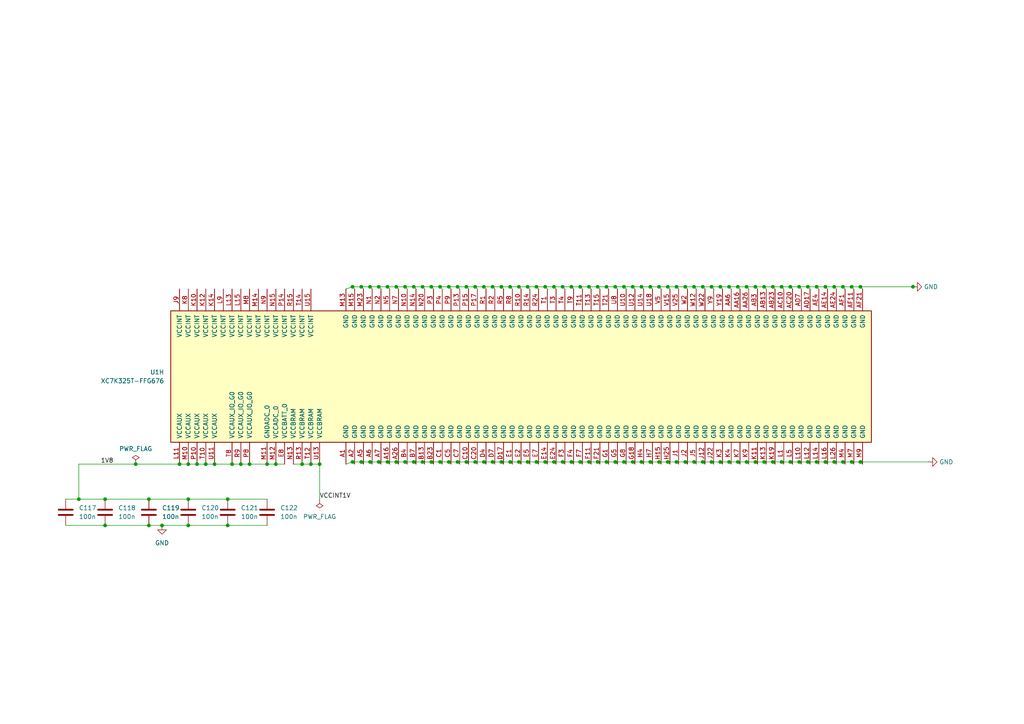
<source format=kicad_sch>
(kicad_sch (version 20230121) (generator eeschema)
  (paper "A4")
  (junction (at 201.295 133.985))
  (junction (at 247.015 83.185))
  (junction (at 43.18 144.78))
  (junction (at 191.135 133.985))
  (junction (at 125.095 83.185))
  (junction (at 180.975 133.985))
  (junction (at 165.735 133.985))
  (junction (at 264.795 83.185))
  (junction (at 193.675 83.185))
  (junction (at 226.695 83.185))
  (junction (at 135.255 83.185))
  (junction (at 191.135 83.185))
  (junction (at 193.675 133.985))
  (junction (at 112.395 133.985))
  (junction (at 132.715 133.985))
  (junction (at 224.155 133.985))
  (junction (at 145.415 133.985))
  (junction (at 236.855 133.985))
  (junction (at 160.655 133.985))
  (junction (at 120.015 133.985))
  (junction (at 102.235 133.985))
  (junction (at 117.475 133.985))
  (junction (at 54.61 134.62))
  (junction (at 147.955 133.985))
  (junction (at 244.475 83.185))
  (junction (at 54.61 144.78))
  (junction (at 39.37 134.62))
  (junction (at 92.71 134.62))
  (junction (at 59.69 134.62))
  (junction (at 208.915 83.185))
  (junction (at 150.495 133.985))
  (junction (at 66.04 152.4))
  (junction (at 229.235 83.185))
  (junction (at 186.055 133.985))
  (junction (at 211.455 133.985))
  (junction (at 208.915 133.985))
  (junction (at 69.85 134.62))
  (junction (at 224.155 83.185))
  (junction (at 175.895 83.185))
  (junction (at 247.015 133.985))
  (junction (at 198.755 83.185))
  (junction (at 186.055 83.185))
  (junction (at 46.99 152.4))
  (junction (at 231.775 83.185))
  (junction (at 54.61 152.4))
  (junction (at 206.375 133.985))
  (junction (at 213.995 83.185))
  (junction (at 142.875 83.185))
  (junction (at 175.895 133.985))
  (junction (at 249.555 133.985))
  (junction (at 231.775 133.985))
  (junction (at 160.655 83.185))
  (junction (at 90.17 134.62))
  (junction (at 117.475 83.185))
  (junction (at 155.575 83.185))
  (junction (at 221.615 133.985))
  (junction (at 150.495 83.185))
  (junction (at 234.315 133.985))
  (junction (at 142.875 133.985))
  (junction (at 80.01 134.62))
  (junction (at 170.815 133.985))
  (junction (at 196.215 133.985))
  (junction (at 66.04 144.78))
  (junction (at 122.555 83.185))
  (junction (at 158.115 83.185))
  (junction (at 130.175 83.185))
  (junction (at 112.395 83.185))
  (junction (at 170.815 83.185))
  (junction (at 178.435 83.185))
  (junction (at 173.355 83.185))
  (junction (at 221.615 83.185))
  (junction (at 62.23 134.62))
  (junction (at 30.48 144.78))
  (junction (at 153.035 133.985))
  (junction (at 107.315 83.185))
  (junction (at 239.395 83.185))
  (junction (at 226.695 133.985))
  (junction (at 125.095 133.985))
  (junction (at 244.475 133.985))
  (junction (at 137.795 133.985))
  (junction (at 165.735 83.185))
  (junction (at 241.935 133.985))
  (junction (at 30.48 152.4))
  (junction (at 201.295 83.185))
  (junction (at 213.995 133.985))
  (junction (at 203.835 133.985))
  (junction (at 241.935 83.185))
  (junction (at 236.855 83.185))
  (junction (at 130.175 133.985))
  (junction (at 219.075 83.185))
  (junction (at 52.07 134.62))
  (junction (at 137.795 83.185))
  (junction (at 168.275 133.985))
  (junction (at 140.335 133.985))
  (junction (at 180.975 83.185))
  (junction (at 219.075 133.985))
  (junction (at 168.275 83.185))
  (junction (at 104.775 83.185))
  (junction (at 203.835 83.185))
  (junction (at 153.035 83.185))
  (junction (at 163.195 133.985))
  (junction (at 109.855 133.985))
  (junction (at 198.755 133.985))
  (junction (at 57.15 134.62))
  (junction (at 183.515 83.185))
  (junction (at 102.235 83.185))
  (junction (at 135.255 133.985))
  (junction (at 122.555 133.985))
  (junction (at 77.47 134.62))
  (junction (at 132.715 83.185))
  (junction (at 163.195 83.185))
  (junction (at 147.955 83.185))
  (junction (at 216.535 133.985))
  (junction (at 196.215 83.185))
  (junction (at 206.375 83.185))
  (junction (at 107.315 133.985))
  (junction (at 173.355 133.985))
  (junction (at 127.635 133.985))
  (junction (at 145.415 83.185))
  (junction (at 234.315 83.185))
  (junction (at 188.595 83.185))
  (junction (at 178.435 133.985))
  (junction (at 216.535 83.185))
  (junction (at 43.18 152.4))
  (junction (at 155.575 133.985))
  (junction (at 104.775 133.985))
  (junction (at 22.86 144.78))
  (junction (at 239.395 133.985))
  (junction (at 120.015 83.185))
  (junction (at 127.635 83.185))
  (junction (at 188.595 133.985))
  (junction (at 109.855 83.185))
  (junction (at 114.935 133.985))
  (junction (at 211.455 83.185))
  (junction (at 229.235 133.985))
  (junction (at 72.39 134.62))
  (junction (at 249.555 83.185))
  (junction (at 114.935 83.185))
  (junction (at 87.63 134.62))
  (junction (at 67.31 134.62))
  (junction (at 183.515 133.985))
  (junction (at 140.335 83.185))
  (junction (at 158.115 133.985))
  (wire (pts (xy 178.435 133.985) (xy 180.975 133.985)))
  (wire (pts (xy 247.65 134.62) (xy 247.015 133.985)))
  (wire (pts (xy 128.27 83.82) (xy 127.635 83.185)))
  (wire (pts (xy 206.375 83.185) (xy 208.915 83.185)))
  (wire (pts (xy 19.05 152.4) (xy 30.48 152.4)))
  (wire (pts (xy 92.71 134.62) (xy 92.71 144.78)))
  (wire (pts (xy 80.01 134.62) (xy 77.47 134.62)))
  (wire (pts (xy 219.71 134.62) (xy 219.075 133.985)))
  (wire (pts (xy 107.315 133.985) (xy 109.855 133.985)))
  (wire (pts (xy 137.795 133.985) (xy 140.335 133.985)))
  (wire (pts (xy 179.07 83.82) (xy 178.435 83.185)))
  (wire (pts (xy 207.01 134.62) (xy 206.375 133.985)))
  (wire (pts (xy 176.53 83.82) (xy 175.895 83.185)))
  (wire (pts (xy 140.335 83.185) (xy 142.875 83.185)))
  (wire (pts (xy 193.675 133.985) (xy 196.215 133.985)))
  (wire (pts (xy 224.155 83.185) (xy 226.695 83.185)))
  (wire (pts (xy 125.73 83.82) (xy 125.095 83.185)))
  (wire (pts (xy 156.21 83.82) (xy 155.575 83.185)))
  (wire (pts (xy 161.29 134.62) (xy 160.655 133.985)))
  (wire (pts (xy 236.855 133.985) (xy 239.395 133.985)))
  (wire (pts (xy 138.43 83.82) (xy 137.795 83.185)))
  (wire (pts (xy 138.43 134.62) (xy 137.795 133.985)))
  (wire (pts (xy 186.69 134.62) (xy 186.055 133.985)))
  (wire (pts (xy 219.71 83.82) (xy 219.075 83.185)))
  (wire (pts (xy 102.87 134.62) (xy 102.235 133.985)))
  (wire (pts (xy 191.135 133.985) (xy 193.675 133.985)))
  (wire (pts (xy 165.735 83.185) (xy 168.275 83.185)))
  (wire (pts (xy 229.235 133.985) (xy 231.775 133.985)))
  (wire (pts (xy 135.255 133.985) (xy 137.795 133.985)))
  (wire (pts (xy 102.235 83.185) (xy 104.775 83.185)))
  (wire (pts (xy 247.015 83.185) (xy 249.555 83.185)))
  (wire (pts (xy 155.575 133.985) (xy 158.115 133.985)))
  (wire (pts (xy 148.59 134.62) (xy 147.955 133.985)))
  (wire (pts (xy 127.635 83.185) (xy 130.175 83.185)))
  (wire (pts (xy 231.775 133.985) (xy 234.315 133.985)))
  (wire (pts (xy 186.69 83.82) (xy 186.055 83.185)))
  (wire (pts (xy 160.655 83.185) (xy 163.195 83.185)))
  (wire (pts (xy 113.03 134.62) (xy 112.395 133.985)))
  (wire (pts (xy 203.835 83.185) (xy 206.375 83.185)))
  (wire (pts (xy 229.87 83.82) (xy 229.235 83.185)))
  (wire (pts (xy 125.73 134.62) (xy 125.095 133.985)))
  (wire (pts (xy 52.07 134.62) (xy 39.37 134.62)))
  (wire (pts (xy 201.295 133.985) (xy 203.835 133.985)))
  (wire (pts (xy 224.79 83.82) (xy 224.155 83.185)))
  (wire (pts (xy 87.63 134.62) (xy 90.17 134.62)))
  (wire (pts (xy 180.975 83.185) (xy 183.515 83.185)))
  (wire (pts (xy 240.03 134.62) (xy 239.395 133.985)))
  (wire (pts (xy 199.39 134.62) (xy 198.755 133.985)))
  (wire (pts (xy 184.15 83.82) (xy 183.515 83.185)))
  (wire (pts (xy 209.55 83.82) (xy 208.915 83.185)))
  (wire (pts (xy 153.67 83.82) (xy 153.035 83.185)))
  (wire (pts (xy 112.395 83.185) (xy 114.935 83.185)))
  (wire (pts (xy 158.115 133.985) (xy 160.655 133.985)))
  (wire (pts (xy 72.39 134.62) (xy 69.85 134.62)))
  (wire (pts (xy 173.99 134.62) (xy 173.355 133.985)))
  (wire (pts (xy 208.915 83.185) (xy 211.455 83.185)))
  (wire (pts (xy 168.91 134.62) (xy 168.275 133.985)))
  (wire (pts (xy 161.29 83.82) (xy 160.655 83.185)))
  (wire (pts (xy 143.51 134.62) (xy 142.875 133.985)))
  (wire (pts (xy 188.595 83.185) (xy 191.135 83.185)))
  (wire (pts (xy 155.575 83.185) (xy 158.115 83.185)))
  (wire (pts (xy 120.015 83.185) (xy 122.555 83.185)))
  (wire (pts (xy 211.455 83.185) (xy 213.995 83.185)))
  (wire (pts (xy 69.85 134.62) (xy 67.31 134.62)))
  (wire (pts (xy 30.48 144.78) (xy 43.18 144.78)))
  (wire (pts (xy 114.935 83.185) (xy 117.475 83.185)))
  (wire (pts (xy 232.41 134.62) (xy 231.775 133.985)))
  (wire (pts (xy 156.21 134.62) (xy 155.575 133.985)))
  (wire (pts (xy 196.85 134.62) (xy 196.215 133.985)))
  (wire (pts (xy 211.455 133.985) (xy 213.995 133.985)))
  (wire (pts (xy 59.69 134.62) (xy 57.15 134.62)))
  (wire (pts (xy 100.33 83.82) (xy 102.235 83.185)))
  (wire (pts (xy 191.77 83.82) (xy 191.135 83.185)))
  (wire (pts (xy 188.595 133.985) (xy 191.135 133.985)))
  (wire (pts (xy 113.03 83.82) (xy 112.395 83.185)))
  (wire (pts (xy 122.555 133.985) (xy 125.095 133.985)))
  (wire (pts (xy 247.015 133.985) (xy 249.555 133.985)))
  (wire (pts (xy 114.935 133.985) (xy 117.475 133.985)))
  (wire (pts (xy 110.49 83.82) (xy 109.855 83.185)))
  (wire (pts (xy 107.315 83.185) (xy 109.855 83.185)))
  (wire (pts (xy 140.97 83.82) (xy 140.335 83.185)))
  (wire (pts (xy 62.23 134.62) (xy 59.69 134.62)))
  (wire (pts (xy 204.47 134.62) (xy 203.835 133.985)))
  (wire (pts (xy 199.39 83.82) (xy 198.755 83.185)))
  (wire (pts (xy 234.315 133.985) (xy 236.855 133.985)))
  (wire (pts (xy 105.41 83.82) (xy 104.775 83.185)))
  (wire (pts (xy 176.53 134.62) (xy 175.895 133.985)))
  (wire (pts (xy 82.55 134.62) (xy 80.01 134.62)))
  (wire (pts (xy 163.195 83.185) (xy 165.735 83.185)))
  (wire (pts (xy 224.155 133.985) (xy 226.695 133.985)))
  (wire (pts (xy 66.04 152.4) (xy 77.47 152.4)))
  (wire (pts (xy 249.555 133.985) (xy 269.24 133.985)))
  (wire (pts (xy 151.13 83.82) (xy 150.495 83.185)))
  (wire (pts (xy 19.05 144.78) (xy 22.86 144.78)))
  (wire (pts (xy 236.855 83.185) (xy 239.395 83.185)))
  (wire (pts (xy 249.555 83.185) (xy 264.795 83.185)))
  (wire (pts (xy 151.13 134.62) (xy 150.495 133.985)))
  (wire (pts (xy 120.65 83.82) (xy 120.015 83.185)))
  (wire (pts (xy 234.95 83.82) (xy 234.315 83.185)))
  (wire (pts (xy 247.65 83.82) (xy 247.015 83.185)))
  (wire (pts (xy 196.85 83.82) (xy 196.215 83.185)))
  (wire (pts (xy 226.695 83.185) (xy 229.235 83.185)))
  (wire (pts (xy 115.57 134.62) (xy 114.935 133.985)))
  (wire (pts (xy 130.175 83.185) (xy 132.715 83.185)))
  (wire (pts (xy 216.535 83.185) (xy 219.075 83.185)))
  (wire (pts (xy 123.19 134.62) (xy 122.555 133.985)))
  (wire (pts (xy 122.555 83.185) (xy 125.095 83.185)))
  (wire (pts (xy 46.99 152.4) (xy 54.61 152.4)))
  (wire (pts (xy 133.35 134.62) (xy 132.715 133.985)))
  (wire (pts (xy 137.795 83.185) (xy 140.335 83.185)))
  (wire (pts (xy 109.855 133.985) (xy 112.395 133.985)))
  (wire (pts (xy 180.975 133.985) (xy 183.515 133.985)))
  (wire (pts (xy 160.655 133.985) (xy 163.195 133.985)))
  (wire (pts (xy 181.61 134.62) (xy 180.975 133.985)))
  (wire (pts (xy 125.095 83.185) (xy 127.635 83.185)))
  (wire (pts (xy 244.475 83.185) (xy 247.015 83.185)))
  (wire (pts (xy 133.35 83.82) (xy 132.715 83.185)))
  (wire (pts (xy 196.215 83.185) (xy 198.755 83.185)))
  (wire (pts (xy 242.57 134.62) (xy 241.935 133.985)))
  (wire (pts (xy 213.995 83.185) (xy 216.535 83.185)))
  (wire (pts (xy 150.495 133.985) (xy 153.035 133.985)))
  (wire (pts (xy 110.49 134.62) (xy 109.855 133.985)))
  (wire (pts (xy 173.355 133.985) (xy 175.895 133.985)))
  (wire (pts (xy 250.19 83.82) (xy 249.555 83.185)))
  (wire (pts (xy 166.37 83.82) (xy 165.735 83.185)))
  (wire (pts (xy 207.01 83.82) (xy 206.375 83.185)))
  (wire (pts (xy 221.615 133.985) (xy 224.155 133.985)))
  (wire (pts (xy 245.11 83.82) (xy 244.475 83.185)))
  (wire (pts (xy 145.415 83.185) (xy 147.955 83.185)))
  (wire (pts (xy 104.775 133.985) (xy 107.315 133.985)))
  (wire (pts (xy 237.49 83.82) (xy 236.855 83.185)))
  (wire (pts (xy 171.45 134.62) (xy 170.815 133.985)))
  (wire (pts (xy 153.67 134.62) (xy 153.035 133.985)))
  (wire (pts (xy 102.87 83.82) (xy 102.235 83.185)))
  (wire (pts (xy 67.31 134.62) (xy 62.23 134.62)))
  (wire (pts (xy 30.48 152.4) (xy 43.18 152.4)))
  (wire (pts (xy 128.27 134.62) (xy 127.635 133.985)))
  (wire (pts (xy 66.04 144.78) (xy 77.47 144.78)))
  (wire (pts (xy 214.63 134.62) (xy 213.995 133.985)))
  (wire (pts (xy 166.37 134.62) (xy 165.735 133.985)))
  (wire (pts (xy 115.57 83.82) (xy 114.935 83.185)))
  (wire (pts (xy 241.935 133.985) (xy 244.475 133.985)))
  (wire (pts (xy 118.11 134.62) (xy 117.475 133.985)))
  (wire (pts (xy 146.05 134.62) (xy 145.415 133.985)))
  (wire (pts (xy 158.75 83.82) (xy 158.115 83.185)))
  (wire (pts (xy 148.59 83.82) (xy 147.955 83.185)))
  (wire (pts (xy 132.715 133.985) (xy 135.255 133.985)))
  (wire (pts (xy 184.15 134.62) (xy 183.515 133.985)))
  (wire (pts (xy 163.83 83.82) (xy 163.195 83.185)))
  (wire (pts (xy 22.86 144.78) (xy 30.48 144.78)))
  (wire (pts (xy 216.535 133.985) (xy 219.075 133.985)))
  (wire (pts (xy 168.275 83.185) (xy 170.815 83.185)))
  (wire (pts (xy 158.75 134.62) (xy 158.115 133.985)))
  (wire (pts (xy 57.15 134.62) (xy 54.61 134.62)))
  (wire (pts (xy 241.935 83.185) (xy 244.475 83.185)))
  (wire (pts (xy 168.91 83.82) (xy 168.275 83.185)))
  (wire (pts (xy 189.23 134.62) (xy 188.595 133.985)))
  (wire (pts (xy 191.77 134.62) (xy 191.135 133.985)))
  (wire (pts (xy 201.93 83.82) (xy 201.295 83.185)))
  (wire (pts (xy 107.95 83.82) (xy 107.315 83.185)))
  (wire (pts (xy 54.61 134.62) (xy 52.07 134.62)))
  (wire (pts (xy 229.87 134.62) (xy 229.235 133.985)))
  (wire (pts (xy 181.61 83.82) (xy 180.975 83.185)))
  (wire (pts (xy 194.31 83.82) (xy 193.675 83.185)))
  (wire (pts (xy 142.875 133.985) (xy 145.415 133.985)))
  (wire (pts (xy 193.675 83.185) (xy 196.215 83.185)))
  (wire (pts (xy 43.18 144.78) (xy 54.61 144.78)))
  (wire (pts (xy 239.395 133.985) (xy 241.935 133.985)))
  (wire (pts (xy 135.255 83.185) (xy 137.795 83.185)))
  (wire (pts (xy 54.61 144.78) (xy 66.04 144.78)))
  (wire (pts (xy 227.33 134.62) (xy 226.695 133.985)))
  (wire (pts (xy 224.79 134.62) (xy 224.155 133.985)))
  (wire (pts (xy 85.09 134.62) (xy 87.63 134.62)))
  (wire (pts (xy 173.99 83.82) (xy 173.355 83.185)))
  (wire (pts (xy 90.17 134.62) (xy 92.71 134.62)))
  (wire (pts (xy 130.81 134.62) (xy 130.175 133.985)))
  (wire (pts (xy 175.895 83.185) (xy 178.435 83.185)))
  (wire (pts (xy 179.07 134.62) (xy 178.435 133.985)))
  (wire (pts (xy 198.755 133.985) (xy 201.295 133.985)))
  (wire (pts (xy 186.055 133.985) (xy 188.595 133.985)))
  (wire (pts (xy 153.035 133.985) (xy 155.575 133.985)))
  (wire (pts (xy 198.755 83.185) (xy 201.295 83.185)))
  (wire (pts (xy 183.515 83.185) (xy 186.055 83.185)))
  (wire (pts (xy 158.115 83.185) (xy 160.655 83.185)))
  (wire (pts (xy 189.23 83.82) (xy 188.595 83.185)))
  (wire (pts (xy 145.415 133.985) (xy 147.955 133.985)))
  (wire (pts (xy 237.49 134.62) (xy 236.855 133.985)))
  (wire (pts (xy 153.035 83.185) (xy 155.575 83.185)))
  (wire (pts (xy 165.735 133.985) (xy 168.275 133.985)))
  (wire (pts (xy 118.11 83.82) (xy 117.475 83.185)))
  (wire (pts (xy 135.89 134.62) (xy 135.255 133.985)))
  (wire (pts (xy 43.18 152.4) (xy 46.99 152.4)))
  (wire (pts (xy 175.895 133.985) (xy 178.435 133.985)))
  (wire (pts (xy 212.09 83.82) (xy 211.455 83.185)))
  (wire (pts (xy 208.915 133.985) (xy 211.455 133.985)))
  (wire (pts (xy 171.45 83.82) (xy 170.815 83.185)))
  (wire (pts (xy 214.63 83.82) (xy 213.995 83.185)))
  (wire (pts (xy 222.25 83.82) (xy 221.615 83.185)))
  (wire (pts (xy 163.83 134.62) (xy 163.195 133.985)))
  (wire (pts (xy 213.995 133.985) (xy 216.535 133.985)))
  (wire (pts (xy 39.37 134.62) (xy 22.86 134.62)))
  (wire (pts (xy 100.33 134.62) (xy 102.235 133.985)))
  (wire (pts (xy 142.875 83.185) (xy 145.415 83.185)))
  (wire (pts (xy 135.89 83.82) (xy 135.255 83.185)))
  (wire (pts (xy 140.97 134.62) (xy 140.335 133.985)))
  (wire (pts (xy 264.795 82.55) (xy 264.795 83.185)))
  (wire (pts (xy 222.25 134.62) (xy 221.615 133.985)))
  (wire (pts (xy 123.19 83.82) (xy 122.555 83.185)))
  (wire (pts (xy 168.275 133.985) (xy 170.815 133.985)))
  (wire (pts (xy 109.855 83.185) (xy 112.395 83.185)))
  (wire (pts (xy 117.475 83.185) (xy 120.015 83.185)))
  (wire (pts (xy 170.815 83.185) (xy 173.355 83.185)))
  (wire (pts (xy 234.315 83.185) (xy 236.855 83.185)))
  (wire (pts (xy 105.41 134.62) (xy 104.775 133.985)))
  (wire (pts (xy 163.195 133.985) (xy 165.735 133.985)))
  (wire (pts (xy 120.65 134.62) (xy 120.015 133.985)))
  (wire (pts (xy 22.86 134.62) (xy 22.86 144.78)))
  (wire (pts (xy 232.41 83.82) (xy 231.775 83.185)))
  (wire (pts (xy 201.93 134.62) (xy 201.295 133.985)))
  (wire (pts (xy 242.57 83.82) (xy 241.935 83.185)))
  (wire (pts (xy 219.075 133.985) (xy 221.615 133.985)))
  (wire (pts (xy 150.495 83.185) (xy 153.035 83.185)))
  (wire (pts (xy 206.375 133.985) (xy 208.915 133.985)))
  (wire (pts (xy 196.215 133.985) (xy 198.755 133.985)))
  (wire (pts (xy 245.11 134.62) (xy 244.475 133.985)))
  (wire (pts (xy 125.095 133.985) (xy 127.635 133.985)))
  (wire (pts (xy 173.355 83.185) (xy 175.895 83.185)))
  (wire (pts (xy 54.61 152.4) (xy 66.04 152.4)))
  (wire (pts (xy 143.51 83.82) (xy 142.875 83.185)))
  (wire (pts (xy 132.715 83.185) (xy 135.255 83.185)))
  (wire (pts (xy 212.09 134.62) (xy 211.455 133.985)))
  (wire (pts (xy 219.075 83.185) (xy 221.615 83.185)))
  (wire (pts (xy 127.635 133.985) (xy 130.175 133.985)))
  (wire (pts (xy 147.955 83.185) (xy 150.495 83.185)))
  (wire (pts (xy 147.955 133.985) (xy 150.495 133.985)))
  (wire (pts (xy 234.95 134.62) (xy 234.315 133.985)))
  (wire (pts (xy 217.17 134.62) (xy 216.535 133.985)))
  (wire (pts (xy 244.475 133.985) (xy 247.015 133.985)))
  (wire (pts (xy 146.05 83.82) (xy 145.415 83.185)))
  (wire (pts (xy 120.015 133.985) (xy 122.555 133.985)))
  (wire (pts (xy 217.17 83.82) (xy 216.535 83.185)))
  (wire (pts (xy 209.55 134.62) (xy 208.915 133.985)))
  (wire (pts (xy 117.475 133.985) (xy 120.015 133.985)))
  (wire (pts (xy 203.835 133.985) (xy 206.375 133.985)))
  (wire (pts (xy 140.335 133.985) (xy 142.875 133.985)))
  (wire (pts (xy 227.33 83.82) (xy 226.695 83.185)))
  (wire (pts (xy 183.515 133.985) (xy 186.055 133.985)))
  (wire (pts (xy 221.615 83.185) (xy 224.155 83.185)))
  (wire (pts (xy 250.19 134.62) (xy 249.555 133.985)))
  (wire (pts (xy 107.95 134.62) (xy 107.315 133.985)))
  (wire (pts (xy 170.815 133.985) (xy 173.355 133.985)))
  (wire (pts (xy 226.695 133.985) (xy 229.235 133.985)))
  (wire (pts (xy 130.175 133.985) (xy 132.715 133.985)))
  (wire (pts (xy 204.47 83.82) (xy 203.835 83.185)))
  (wire (pts (xy 191.135 83.185) (xy 193.675 83.185)))
  (wire (pts (xy 112.395 133.985) (xy 114.935 133.985)))
  (wire (pts (xy 77.47 134.62) (xy 72.39 134.62)))
  (wire (pts (xy 186.055 83.185) (xy 188.595 83.185)))
  (wire (pts (xy 240.03 83.82) (xy 239.395 83.185)))
  (wire (pts (xy 130.81 83.82) (xy 130.175 83.185)))
  (wire (pts (xy 194.31 134.62) (xy 193.675 133.985)))
  (wire (pts (xy 239.395 83.185) (xy 241.935 83.185)))
  (wire (pts (xy 102.235 133.985) (xy 104.775 133.985)))
  (wire (pts (xy 231.775 83.185) (xy 234.315 83.185)))
  (wire (pts (xy 229.235 83.185) (xy 231.775 83.185)))
  (wire (pts (xy 178.435 83.185) (xy 180.975 83.185)))
  (wire (pts (xy 201.295 83.185) (xy 203.835 83.185)))
  (wire (pts (xy 104.775 83.185) (xy 107.315 83.185)))
  (label "VCCINT1V" (at 92.71 144.78 0))
  (label "1V8" (at 29.21 134.62 0))
  (symbol (lib_id "Device:C") (at 19.05 148.59 0) (unit 1)
    (property "Reference" "C117" (at 22.86 147.32 0) (effects (justify left)))
    (property "Value" "100n" (at 22.86 149.86 0) (effects (justify left)))
    (property "Footprint" "Capacitor_SMD:C_0603_1608Metric_Pad1.08x0.95mm_HandSolder" (effects hide))
  )
  (symbol (lib_id "Device:C") (at 43.18 148.59 0) (unit 1)
    (property "Reference" "C119" (at 46.99 147.32 0) (effects (justify left)))
    (property "Value" "100n" (at 46.99 149.86 0) (effects (justify left)))
    (property "Footprint" "Capacitor_SMD:C_0603_1608Metric_Pad1.08x0.95mm_HandSolder" (effects hide))
  )
  (symbol (lib_id "power:PWR_FLAG") (at 92.71 144.78 180) (unit 1)
    (property "Reference" "#FLG02" (effects hide))
    (property "Value" "PWR_FLAG" (at 92.71 149.86 0))
  )
  (symbol (lib_id "power:GND") (at 46.99 152.4 0) (unit 1)
    (property "Reference" "#PWR064" (effects hide))
    (property "Value" "GND" (at 46.99 157.48 0))
  )
  (symbol (lib_id "Device:C") (at 54.61 148.59 0) (unit 1)
    (property "Reference" "C120" (at 58.42 147.32 0) (effects (justify left)))
    (property "Value" "100n" (at 58.42 149.86 0) (effects (justify left)))
    (property "Footprint" "Capacitor_SMD:C_0603_1608Metric_Pad1.08x0.95mm_HandSolder" (effects hide))
  )
  (symbol (lib_id "power:PWR_FLAG") (at 39.37 134.62 0) (unit 1)
    (property "Reference" "#FLG01" (effects hide))
    (property "Value" "PWR_FLAG" (at 39.37 130.175 0))
  )
  (symbol (lib_id "FPGA_Xilinx_Kintex7:XC7K325T-FFG676") (at 151.13 109.22 90) (unit 8)
    (property "Reference" "U1" (at 47.625 107.95 90) (effects (justify left)))
    (property "Value" "XC7K325T-FFG676" (at 47.625 110.49 90) (effects (justify left)))
    (property "Footprint" "Package_BGA:Xilinx_FFG676" (effects hide))
    (instances (project "PCIexpress_x4_half" (path "" (reference "U1") (unit 8)) (path "" (reference "U2") (unit 8)) (path "" (reference "U2") (unit 8)) (path "" (reference "U1") (unit 8))))
  )
  (symbol (lib_id "Device:C") (at 30.48 148.59 0) (unit 1)
    (property "Reference" "C118" (at 34.29 147.32 0) (effects (justify left)))
    (property "Value" "100n" (at 34.29 149.86 0) (effects (justify left)))
    (property "Footprint" "Capacitor_SMD:C_0603_1608Metric_Pad1.08x0.95mm_HandSolder" (effects hide))
  )
  (symbol (lib_id "power:GND") (at 264.795 83.185 90) (unit 1)
    (property "Reference" "#PWR021" (effects hide))
    (property "Value" "GND" (at 267.97 83.185 90) (effects (justify right)))
  )
  (symbol (lib_id "Device:C") (at 66.04 148.59 0) (unit 1)
    (property "Reference" "C121" (at 69.85 147.32 0) (effects (justify left)))
    (property "Value" "100n" (at 69.85 149.86 0) (effects (justify left)))
    (property "Footprint" "Capacitor_SMD:C_0603_1608Metric_Pad1.08x0.95mm_HandSolder" (effects hide))
  )
  (symbol (lib_id "Device:C") (at 77.47 148.59 0) (unit 1)
    (property "Reference" "C122" (at 81.28 147.32 0) (effects (justify left)))
    (property "Value" "100n" (at 81.28 149.86 0) (effects (justify left)))
    (property "Footprint" "Capacitor_SMD:C_0603_1608Metric_Pad1.08x0.95mm_HandSolder" (effects hide))
  )
  (symbol (lib_id "power:GND") (at 269.24 133.985 90) (unit 1)
    (property "Reference" "#PWR022" (effects hide))
    (property "Value" "GND" (at 272.415 133.985 90) (effects (justify right)))
  )
)
</source>
